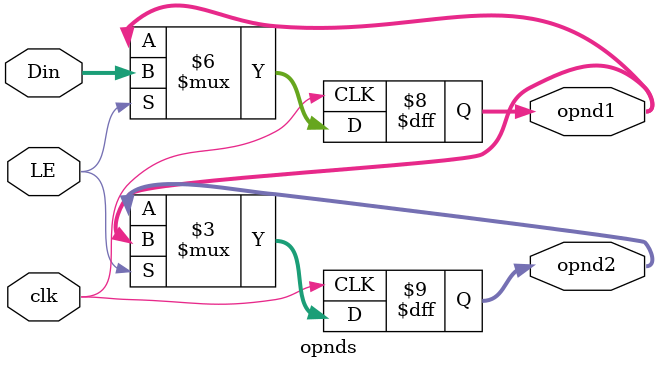
<source format=v>
module opnds(Din,opnd1,opnd2,LE,clk);
input[7:0]Din;
input LE,clk;
output reg [7:0] opnd1,opnd2;

always@(posedge clk)
if(LE)begin
opnd1<=Din;
opnd2<=opnd1;
end
else begin
opnd1<=opnd1;
opnd2<=opnd2;
end

endmodule

</source>
